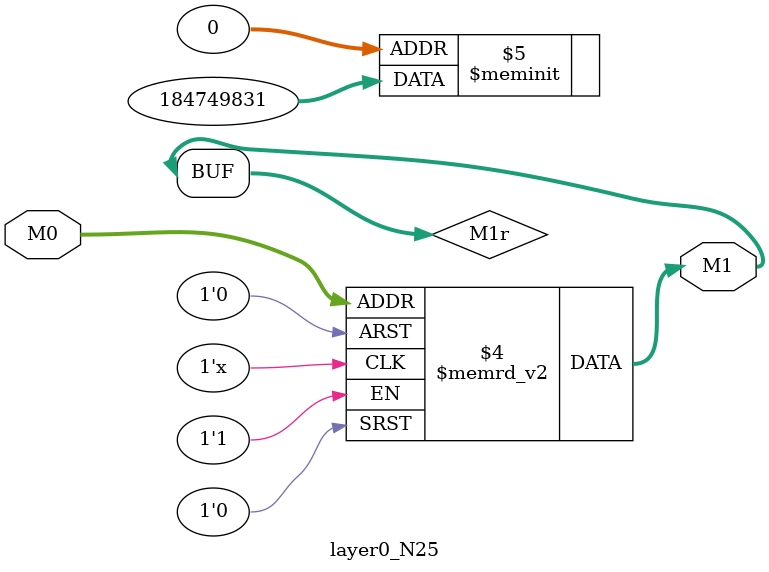
<source format=v>
module layer0_N25 ( input [3:0] M0, output [1:0] M1 );

	(*rom_style = "distributed" *) reg [1:0] M1r;
	assign M1 = M1r;
	always @ (M0) begin
		case (M0)
			4'b0000: M1r = 2'b11;
			4'b1000: M1r = 2'b11;
			4'b0100: M1r = 2'b11;
			4'b1100: M1r = 2'b11;
			4'b0010: M1r = 2'b00;
			4'b1010: M1r = 2'b00;
			4'b0110: M1r = 2'b00;
			4'b1110: M1r = 2'b00;
			4'b0001: M1r = 2'b01;
			4'b1001: M1r = 2'b00;
			4'b0101: M1r = 2'b11;
			4'b1101: M1r = 2'b10;
			4'b0011: M1r = 2'b00;
			4'b1011: M1r = 2'b00;
			4'b0111: M1r = 2'b00;
			4'b1111: M1r = 2'b00;

		endcase
	end
endmodule

</source>
